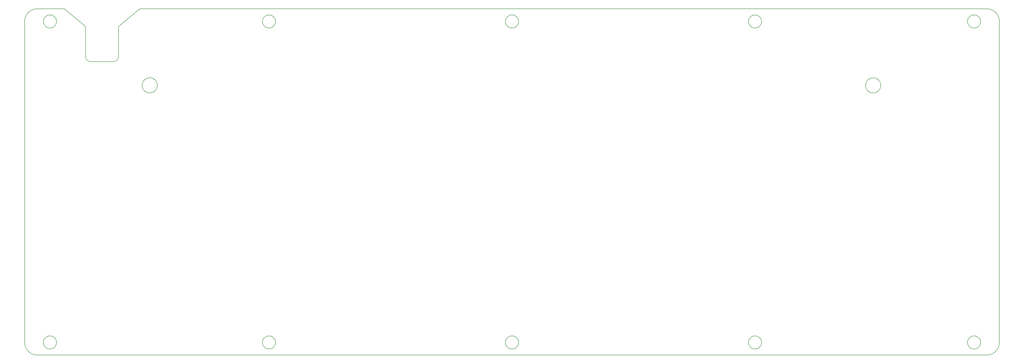
<source format=gbr>
G04 #@! TF.GenerationSoftware,KiCad,Pcbnew,(5.0.0)*
G04 #@! TF.CreationDate,2018-07-31T18:47:20-04:00*
G04 #@! TF.ProjectId,bottom_plate,626F74746F6D5F706C6174652E6B6963,rev?*
G04 #@! TF.SameCoordinates,Original*
G04 #@! TF.FileFunction,Profile,NP*
%FSLAX46Y46*%
G04 Gerber Fmt 4.6, Leading zero omitted, Abs format (unit mm)*
G04 Created by KiCad (PCBNEW (5.0.0)) date 07/31/18 18:47:20*
%MOMM*%
%LPD*%
G01*
G04 APERTURE LIST*
G04 #@! TA.AperFunction,NonConductor*
%ADD10C,0.200000*%
G04 #@! TD*
G04 APERTURE END LIST*
D10*
G04 #@! TO.C,R1*
X263086400Y-154204400D02*
X263574400Y-154052900D01*
X266254400Y-158053800D02*
X265936900Y-158438600D01*
X352994100Y-155588100D02*
X353145600Y-156076100D01*
X266698400Y-156600100D02*
X266645600Y-157124100D01*
X353145600Y-156076100D02*
X353198400Y-156600100D01*
X352754400Y-155146400D02*
X352994100Y-155588100D01*
X352052100Y-154444100D02*
X352436900Y-154761600D01*
X261551200Y-156076100D02*
X261702700Y-155588100D01*
X264622400Y-159147300D02*
X264098400Y-159200100D01*
X350598400Y-154000100D02*
X351122400Y-154052900D01*
X264098400Y-154000100D02*
X264098400Y-154000100D01*
X262259900Y-154761600D02*
X262644700Y-154444100D01*
X261702700Y-155588100D02*
X261942400Y-155146400D01*
X265110400Y-154204400D02*
X265552100Y-154444100D01*
X261942400Y-155146400D02*
X262259900Y-154761600D01*
X262259900Y-158438600D02*
X261942400Y-158053800D01*
X266645600Y-156076100D02*
X266698400Y-156600100D01*
X266494100Y-155588100D02*
X266645600Y-156076100D01*
X352754400Y-158053800D02*
X352436900Y-158438600D01*
X351610400Y-158995800D02*
X351122400Y-159147300D01*
X262644700Y-158756100D02*
X262259900Y-158438600D01*
X352052100Y-158756100D02*
X351610400Y-158995800D01*
X353198400Y-156600100D02*
X353145600Y-157124100D01*
X262644700Y-154444100D02*
X263086400Y-154204400D01*
X261942400Y-158053800D02*
X261702700Y-157612100D01*
X265552100Y-158756100D02*
X265110400Y-158995800D01*
X265110400Y-158995800D02*
X264622400Y-159147300D01*
X352436900Y-154761600D02*
X352754400Y-155146400D01*
X266645600Y-157124100D02*
X266494100Y-157612100D01*
X263574400Y-154052900D02*
X264098400Y-154000100D01*
X261498400Y-156600100D02*
X261551200Y-156076100D01*
X263086400Y-158995800D02*
X262644700Y-158756100D01*
X352436900Y-158438600D02*
X352052100Y-158756100D01*
X352994100Y-157612100D02*
X352754400Y-158053800D01*
X261702700Y-157612100D02*
X261551200Y-157124100D01*
X353145600Y-157124100D02*
X352994100Y-157612100D01*
X264098400Y-159200100D02*
X263574400Y-159147300D01*
X351610400Y-154204400D02*
X352052100Y-154444100D01*
X351122400Y-154052900D02*
X351610400Y-154204400D01*
X265552100Y-154444100D02*
X265936900Y-154761600D01*
X261551200Y-157124100D02*
X261498400Y-156600100D01*
X266494100Y-157612100D02*
X266254400Y-158053800D01*
X263574400Y-159147300D02*
X263086400Y-158995800D01*
X266254400Y-155146400D02*
X266494100Y-155588100D01*
X265936900Y-154761600D02*
X266254400Y-155146400D01*
X265936900Y-158438600D02*
X265552100Y-158756100D01*
X313703656Y-55478971D02*
X313761300Y-54893700D01*
X311346571Y-57836056D02*
X311909350Y-57665339D01*
X311346571Y-51951344D02*
X310761300Y-51893700D01*
X313255709Y-56560411D02*
X313532939Y-56041750D01*
X312882620Y-57015020D02*
X313255709Y-56560411D01*
X313703656Y-54308429D02*
X313532939Y-53745650D01*
X311909350Y-52122061D02*
X311346571Y-51951344D01*
X313255709Y-53226989D02*
X312882620Y-52772380D01*
X313761300Y-54893700D02*
X313703656Y-54308429D01*
X312428011Y-52399291D02*
X311909350Y-52122061D01*
X312428011Y-57388109D02*
X312882620Y-57015020D01*
X311909350Y-57665339D02*
X312428011Y-57388109D01*
X310176029Y-57836056D02*
X310761300Y-57893700D01*
X313532939Y-56041750D02*
X313703656Y-55478971D01*
X310761300Y-57893700D02*
X311346571Y-57836056D01*
X309613250Y-57665339D02*
X310176029Y-57836056D01*
X312882620Y-52772380D02*
X312428011Y-52399291D01*
X313532939Y-53745650D02*
X313255709Y-53226989D01*
X309094589Y-57388109D02*
X309613250Y-57665339D01*
X308639980Y-57015020D02*
X309094589Y-57388109D01*
X307989661Y-56041750D02*
X308266891Y-56560411D01*
X307989661Y-53745650D02*
X307818944Y-54308429D01*
X308639980Y-52772380D02*
X308266891Y-53226989D01*
X309613250Y-52122061D02*
X309094589Y-52399291D01*
X310761300Y-51893700D02*
X310176029Y-51951344D01*
X25596571Y-51951344D02*
X25011300Y-51893700D01*
X26678011Y-52399291D02*
X26159350Y-52122061D01*
X27782939Y-53745650D02*
X27505709Y-53226989D01*
X27953656Y-54308429D02*
X27782939Y-53745650D01*
X28011300Y-54893700D02*
X27953656Y-54308429D01*
X27782939Y-56041750D02*
X27953656Y-55478971D01*
X24426029Y-57836056D02*
X25011300Y-57893700D01*
X27132620Y-57015020D02*
X27505709Y-56560411D01*
X26678011Y-57388109D02*
X27132620Y-57015020D01*
X23863250Y-52122061D02*
X23344589Y-52399291D01*
X26159350Y-57665339D02*
X26678011Y-57388109D01*
X22239661Y-56041750D02*
X22516891Y-56560411D01*
X350074400Y-154052900D02*
X350598400Y-154000100D01*
X349144700Y-154444100D02*
X349586400Y-154204400D01*
X25011300Y-51893700D02*
X24426029Y-51951344D01*
X348051200Y-156076100D02*
X348202700Y-155588100D01*
X348202700Y-157612100D02*
X348051200Y-157124100D01*
X351122400Y-159147300D02*
X350598400Y-159200100D01*
X347998400Y-156600100D02*
X348051200Y-156076100D01*
X349586400Y-158995800D02*
X349144700Y-158756100D01*
X23863250Y-57665339D02*
X24426029Y-57836056D01*
X23344589Y-57388109D02*
X23863250Y-57665339D01*
X22889980Y-52772380D02*
X22516891Y-53226989D01*
X348051200Y-157124100D02*
X347998400Y-156600100D01*
X22889980Y-57015020D02*
X23344589Y-57388109D01*
X22516891Y-56560411D02*
X22889980Y-57015020D01*
X22068944Y-55478971D02*
X22239661Y-56041750D01*
X348759900Y-154761600D02*
X349144700Y-154444100D01*
X350598400Y-154000100D02*
X350598400Y-154000100D01*
X350598400Y-159200100D02*
X350074400Y-159147300D01*
X349144700Y-158756100D02*
X348759900Y-158438600D01*
X22239661Y-53745650D02*
X22068944Y-54308429D01*
X23344589Y-52399291D02*
X22889980Y-52772380D01*
X348759900Y-158438600D02*
X348442400Y-158053800D01*
X348442400Y-155146400D02*
X348759900Y-154761600D01*
X307818944Y-55478971D02*
X307989661Y-56041750D01*
X310176029Y-51951344D02*
X309613250Y-52122061D01*
X349586400Y-154204400D02*
X350074400Y-154052900D01*
X27505709Y-53226989D02*
X27132620Y-52772380D01*
X25011300Y-57893700D02*
X25596571Y-57836056D01*
X307761300Y-54893700D02*
X307818944Y-55478971D01*
X27953656Y-55478971D02*
X28011300Y-54893700D01*
X308266891Y-56560411D02*
X308639980Y-57015020D01*
X307818944Y-54308429D02*
X307761300Y-54893700D01*
X308266891Y-53226989D02*
X307989661Y-53745650D01*
X309094589Y-52399291D02*
X308639980Y-52772380D01*
X348202700Y-155588100D02*
X348442400Y-155146400D01*
X24426029Y-51951344D02*
X23863250Y-52122061D01*
X26159350Y-52122061D02*
X25596571Y-51951344D01*
X27132620Y-52772380D02*
X26678011Y-52399291D01*
X22011300Y-54893700D02*
X22068944Y-55478971D01*
X25596571Y-57836056D02*
X26159350Y-57665339D01*
X348442400Y-158053800D02*
X348202700Y-157612100D01*
X27505709Y-56560411D02*
X27782939Y-56041750D01*
X22516891Y-53226989D02*
X22239661Y-53745650D01*
X22068944Y-54308429D02*
X22011300Y-54893700D01*
X350074400Y-159147300D02*
X349586400Y-158995800D01*
X-327100Y-43474500D02*
X-286300Y-43876700D01*
X-327100Y-31608600D02*
X-327100Y-43474500D01*
X-8754200Y-24600000D02*
X-327100Y-31608600D01*
X166644700Y-154444100D02*
X167086400Y-154204400D01*
X169936900Y-158438600D02*
X169552100Y-158756100D01*
X170254400Y-158053800D02*
X169936900Y-158438600D01*
X165942400Y-155146400D02*
X166259900Y-154761600D01*
X165551200Y-156076100D02*
X165702700Y-155588100D01*
X165498400Y-156600100D02*
X165551200Y-156076100D01*
X165551200Y-157124100D02*
X165498400Y-156600100D01*
X165702700Y-157612100D02*
X165551200Y-157124100D01*
X168098400Y-159200100D02*
X167574400Y-159147300D01*
X168622400Y-154052900D02*
X169110400Y-154204400D01*
X69551300Y-156076100D02*
X69702800Y-155588100D01*
X167574400Y-159147300D02*
X167086400Y-158995800D01*
X170494100Y-157612100D02*
X170254400Y-158053800D01*
X170254400Y-155146400D02*
X170494100Y-155588100D01*
X169936900Y-154761600D02*
X170254400Y-155146400D01*
X166644700Y-158756100D02*
X166259900Y-158438600D01*
X165942400Y-158053800D02*
X165702700Y-157612100D01*
X166259900Y-158438600D02*
X165942400Y-158053800D01*
X169552100Y-158756100D02*
X169110400Y-158995800D01*
X71086500Y-154204400D02*
X71574500Y-154052900D01*
X168622400Y-159147300D02*
X168098400Y-159200100D01*
X170645600Y-157124100D02*
X170494100Y-157612100D01*
X169110400Y-154204400D02*
X169552100Y-154444100D01*
X70644800Y-154444100D02*
X71086500Y-154204400D01*
X169552100Y-154444100D02*
X169936900Y-154761600D01*
X168098400Y-154000100D02*
X168622400Y-154052900D01*
X71574500Y-154052900D02*
X72098500Y-154000100D01*
X69551300Y-157124100D02*
X69498500Y-156600100D01*
X69498500Y-156600100D02*
X69551300Y-156076100D01*
X170645600Y-156076100D02*
X170698400Y-156600100D01*
X168098400Y-154000100D02*
X168098400Y-154000100D01*
X264622400Y-154052900D02*
X265110400Y-154204400D01*
X167086400Y-158995800D02*
X166644700Y-158756100D01*
X264098400Y-154000100D02*
X264622400Y-154052900D01*
X70260000Y-154761600D02*
X70644800Y-154444100D01*
X169110400Y-158995800D02*
X168622400Y-159147300D01*
X167574400Y-154052900D02*
X168098400Y-154000100D01*
X72098500Y-154000100D02*
X72098500Y-154000100D01*
X69702800Y-155588100D02*
X69942500Y-155146400D01*
X167086400Y-154204400D02*
X167574400Y-154052900D01*
X166259900Y-154761600D02*
X166644700Y-154444100D01*
X170698400Y-156600100D02*
X170645600Y-157124100D01*
X165702700Y-155588100D02*
X165942400Y-155146400D01*
X170494100Y-155588100D02*
X170645600Y-156076100D01*
X69942500Y-155146400D02*
X70260000Y-154761600D01*
X69702800Y-157612100D02*
X69551300Y-157124100D01*
X-14401600Y-159200100D02*
X-14925600Y-159147300D01*
X71086500Y-158995800D02*
X70644800Y-158756100D01*
X74645700Y-156076100D02*
X74698500Y-156600100D01*
X72622500Y-154052900D02*
X73110500Y-154204400D01*
X-16797300Y-157612100D02*
X-16948800Y-157124100D01*
X-16557600Y-158053800D02*
X-16797300Y-157612100D01*
X71574500Y-159147300D02*
X71086500Y-158995800D01*
X73552200Y-158756100D02*
X73110500Y-158995800D01*
X74254500Y-158053800D02*
X73937000Y-158438600D01*
X74698500Y-156600100D02*
X74645700Y-157124100D01*
X-14401600Y-154000100D02*
X-14401600Y-154000100D01*
X-12245600Y-158053800D02*
X-12563100Y-158438600D01*
X-16797300Y-155588100D02*
X-16557600Y-155146400D01*
X74494200Y-155588100D02*
X74645700Y-156076100D01*
X-16557600Y-155146400D02*
X-16240100Y-154761600D01*
X-13877600Y-159147300D02*
X-14401600Y-159200100D01*
X-13389600Y-158995800D02*
X-13877600Y-159147300D01*
X-16240100Y-158438600D02*
X-16557600Y-158053800D01*
X-15855300Y-154444100D02*
X-15413600Y-154204400D01*
X72098500Y-154000100D02*
X72622500Y-154052900D01*
X-15413600Y-154204400D02*
X-14925600Y-154052900D01*
X-16948800Y-157124100D02*
X-17001600Y-156600100D01*
X74254500Y-155146400D02*
X74494200Y-155588100D01*
X-16948800Y-156076100D02*
X-16797300Y-155588100D01*
X-15855300Y-158756100D02*
X-16240100Y-158438600D01*
X-12563100Y-158438600D02*
X-12947900Y-158756100D01*
X-12947900Y-158756100D02*
X-13389600Y-158995800D01*
X-12005900Y-157612100D02*
X-12245600Y-158053800D01*
X69942500Y-158053800D02*
X69702800Y-157612100D01*
X73937000Y-158438600D02*
X73552200Y-158756100D01*
X73937000Y-154761600D02*
X74254500Y-155146400D01*
X-14925600Y-154052900D02*
X-14401600Y-154000100D01*
X-14925600Y-159147300D02*
X-15413600Y-158995800D01*
X73552200Y-154444100D02*
X73937000Y-154761600D01*
X73110500Y-154204400D02*
X73552200Y-154444100D01*
X-16240100Y-154761600D02*
X-15855300Y-154444100D01*
X73110500Y-158995800D02*
X72622500Y-159147300D01*
X74494200Y-157612100D02*
X74254500Y-158053800D01*
X-17001600Y-156600100D02*
X-16948800Y-156076100D01*
X74645700Y-157124100D02*
X74494200Y-157612100D01*
X70260000Y-158438600D02*
X69942500Y-158053800D01*
X72098500Y-159200100D02*
X71574500Y-159147300D01*
X-11854400Y-157124100D02*
X-12005900Y-157612100D01*
X72622500Y-159147300D02*
X72098500Y-159200100D01*
X-15413600Y-158995800D02*
X-15855300Y-158756100D01*
X70644800Y-158756100D02*
X70260000Y-158438600D01*
X-12005900Y-28588100D02*
X-11854400Y-29076100D01*
X-12563100Y-31438600D02*
X-12947900Y-31756100D01*
X-11801600Y-29600100D02*
X-11854400Y-30124100D01*
X-11854400Y-30124100D02*
X-12005900Y-30612100D01*
X-19401700Y-24600000D02*
X-8754200Y-24600000D01*
X-24007600Y-27657000D02*
X-23545700Y-26807800D01*
X-13389600Y-27204400D02*
X-12947900Y-27444100D01*
X-23545700Y-26807800D02*
X-22934300Y-26067300D01*
X-13877600Y-27052900D02*
X-13389600Y-27204400D01*
X-12005900Y-30612100D02*
X-12245600Y-31053800D01*
X-12563100Y-27761600D02*
X-12245600Y-28146400D01*
X-24299700Y-28594500D02*
X-24007600Y-27657000D01*
X-22934300Y-26067300D02*
X-22193900Y-25455900D01*
X-12245600Y-28146400D02*
X-12005900Y-28588100D01*
X-22193900Y-25455900D02*
X-21344700Y-24994000D01*
X-12947900Y-27444100D02*
X-12563100Y-27761600D01*
X-8754200Y-24600000D02*
X-8754200Y-24600000D01*
X-11854400Y-29076100D02*
X-11801600Y-29600100D01*
X-21344700Y-24994000D02*
X-20407200Y-24701900D01*
X-24401600Y-29600000D02*
X-24299700Y-28594500D01*
X-14401600Y-27000100D02*
X-13877600Y-27052900D01*
X-12245600Y-31053800D02*
X-12563100Y-31438600D01*
X-20407200Y-24701900D02*
X-19401700Y-24600000D01*
X-21344700Y-161206000D02*
X-22193900Y-160744100D01*
X359131100Y-160132700D02*
X358390700Y-160744100D01*
X-23545700Y-159392200D02*
X-24007600Y-158543000D01*
X360496500Y-28594500D02*
X360598400Y-29600000D01*
X-22934300Y-160132700D02*
X-23545700Y-159392200D01*
X-24401600Y-156600000D02*
X-24401600Y-29600000D01*
X-22193900Y-160744100D02*
X-22934300Y-160132700D01*
X-20407200Y-161498100D02*
X-21344700Y-161206000D01*
X-19401700Y-161600000D02*
X-20407200Y-161498100D01*
X360496500Y-157605500D02*
X360204400Y-158543000D01*
X356604000Y-161498100D02*
X355598500Y-161600000D01*
X355598500Y-161600000D02*
X-19401700Y-161600000D01*
X360204400Y-158543000D02*
X359742500Y-159392200D01*
X358390700Y-160744100D02*
X357541500Y-161206000D01*
X360598400Y-29600000D02*
X360598400Y-156600000D01*
X360204400Y-27657000D02*
X360496500Y-28594500D01*
X357541500Y-161206000D02*
X356604000Y-161498100D01*
X359742500Y-159392200D02*
X359131100Y-160132700D01*
X360598400Y-156600000D02*
X360496500Y-157605500D01*
X359131100Y-26067300D02*
X359742500Y-26807800D01*
X359742500Y-26807800D02*
X360204400Y-27657000D01*
X-24299700Y-157605500D02*
X-24401600Y-156600000D01*
X-24007600Y-158543000D02*
X-24299700Y-157605500D01*
X74494200Y-30612100D02*
X74254500Y-31053800D01*
X74698500Y-29600100D02*
X74645700Y-30124100D01*
X74645700Y-29076100D02*
X74698500Y-29600100D01*
X73110500Y-31995800D02*
X72622500Y-32147300D01*
X74494200Y-28588100D02*
X74645700Y-29076100D01*
X74645700Y-30124100D02*
X74494200Y-30612100D01*
X74254500Y-28146400D02*
X74494200Y-28588100D01*
X69942500Y-31053800D02*
X69702800Y-30612100D01*
X73552200Y-27444100D02*
X73937000Y-27761600D01*
X72098500Y-32200100D02*
X71574500Y-32147300D01*
X73552200Y-31756100D02*
X73110500Y-31995800D01*
X69551300Y-29076100D02*
X69702800Y-28588100D01*
X71574500Y-32147300D02*
X71086500Y-31995800D01*
X69498500Y-29600100D02*
X69551300Y-29076100D01*
X69551300Y-30124100D02*
X69498500Y-29600100D01*
X69702800Y-30612100D02*
X69551300Y-30124100D01*
X70260000Y-31438600D02*
X69942500Y-31053800D01*
X71086500Y-31995800D02*
X70644800Y-31756100D01*
X73937000Y-31438600D02*
X73552200Y-31756100D01*
X73937000Y-27761600D02*
X74254500Y-28146400D01*
X70644800Y-31756100D02*
X70260000Y-31438600D01*
X72622500Y-32147300D02*
X72098500Y-32200100D01*
X74254500Y-31053800D02*
X73937000Y-31438600D01*
X166259900Y-27761600D02*
X166644700Y-27444100D01*
X165702700Y-30612100D02*
X165551200Y-30124100D01*
X265552100Y-27444100D02*
X265936900Y-27761600D01*
X166644700Y-31756100D02*
X166259900Y-31438600D01*
X265936900Y-27761600D02*
X266254400Y-28146400D01*
X166644700Y-27444100D02*
X167086400Y-27204400D01*
X166259900Y-31438600D02*
X165942400Y-31053800D01*
X265110400Y-27204400D02*
X265552100Y-27444100D01*
X168098400Y-27000100D02*
X168098400Y-27000100D01*
X165942400Y-31053800D02*
X165702700Y-30612100D01*
X165942400Y-28146400D02*
X166259900Y-27761600D01*
X165702700Y-28588100D02*
X165942400Y-28146400D01*
X264622400Y-27052900D02*
X265110400Y-27204400D01*
X167574400Y-27052900D02*
X168098400Y-27000100D01*
X165551200Y-29076100D02*
X165702700Y-28588100D01*
X165498400Y-29600100D02*
X165551200Y-29076100D01*
X165551200Y-30124100D02*
X165498400Y-29600100D01*
X167086400Y-31995800D02*
X166644700Y-31756100D01*
X167086400Y-27204400D02*
X167574400Y-27052900D01*
X266254400Y-28146400D02*
X266494100Y-28588100D01*
X167574400Y-32147300D02*
X167086400Y-31995800D01*
X264098400Y-27000100D02*
X264622400Y-27052900D01*
X168098400Y-32200100D02*
X167574400Y-32147300D01*
X169936900Y-31438600D02*
X169552100Y-31756100D01*
X170494100Y-30612100D02*
X170254400Y-31053800D01*
X169110400Y-27204400D02*
X169552100Y-27444100D01*
X170494100Y-28588100D02*
X170645600Y-29076100D01*
X170254400Y-28146400D02*
X170494100Y-28588100D01*
X168622400Y-27052900D02*
X169110400Y-27204400D01*
X70644800Y-27444100D02*
X71086500Y-27204400D01*
X69942500Y-28146400D02*
X70260000Y-27761600D01*
X170254400Y-31053800D02*
X169936900Y-31438600D01*
X170645600Y-29076100D02*
X170698400Y-29600100D01*
X169936900Y-27761600D02*
X170254400Y-28146400D01*
X72098500Y-27000100D02*
X72098500Y-27000100D01*
X69702800Y-28588100D02*
X69942500Y-28146400D01*
X169110400Y-31995800D02*
X168622400Y-32147300D01*
X169552100Y-31756100D02*
X169110400Y-31995800D01*
X168098400Y-27000100D02*
X168622400Y-27052900D01*
X71574500Y-27052900D02*
X72098500Y-27000100D01*
X170645600Y-30124100D02*
X170494100Y-30612100D01*
X170698400Y-29600100D02*
X170645600Y-30124100D01*
X169552100Y-27444100D02*
X169936900Y-27761600D01*
X70260000Y-27761600D02*
X70644800Y-27444100D01*
X168622400Y-32147300D02*
X168098400Y-32200100D01*
X71086500Y-27204400D02*
X71574500Y-27052900D01*
X-15413600Y-27204400D02*
X-14925600Y-27052900D01*
X-14401600Y-27000100D02*
X-14401600Y-27000100D01*
X-14925600Y-27052900D02*
X-14401600Y-27000100D01*
X-12947900Y-31756100D02*
X-13389600Y-31995800D01*
X-16240100Y-27761600D02*
X-15855300Y-27444100D01*
X-16557600Y-31053800D02*
X-16797300Y-30612100D01*
X-14401600Y-32200100D02*
X-14925600Y-32147300D01*
X-14925600Y-32147300D02*
X-15413600Y-31995800D01*
X72098500Y-27000100D02*
X72622500Y-27052900D01*
X-16557600Y-28146400D02*
X-16240100Y-27761600D01*
X-16797300Y-30612100D02*
X-16948800Y-30124100D01*
X-16948800Y-30124100D02*
X-17001600Y-29600100D01*
X-15413600Y-31995800D02*
X-15855300Y-31756100D01*
X-13877600Y-32147300D02*
X-14401600Y-32200100D01*
X-15855300Y-27444100D02*
X-15413600Y-27204400D01*
X-16797300Y-28588100D02*
X-16557600Y-28146400D01*
X-16948800Y-29076100D02*
X-16797300Y-28588100D01*
X-17001600Y-29600100D02*
X-16948800Y-29076100D01*
X-16240100Y-31438600D02*
X-16557600Y-31053800D01*
X-15855300Y-31756100D02*
X-16240100Y-31438600D01*
X-13389600Y-31995800D02*
X-13877600Y-32147300D01*
X73110500Y-27204400D02*
X73552200Y-27444100D01*
X72622500Y-27052900D02*
X73110500Y-27204400D01*
X265110400Y-31995800D02*
X264622400Y-32147300D01*
X261551200Y-29076100D02*
X261702700Y-28588100D01*
X266698400Y-29600100D02*
X266645600Y-30124100D01*
X261702700Y-30612100D02*
X261551200Y-30124100D01*
X265936900Y-31438600D02*
X265552100Y-31756100D01*
X266254400Y-31053800D02*
X265936900Y-31438600D01*
X263086400Y-31995800D02*
X262644700Y-31756100D01*
X264098400Y-32200100D02*
X263574400Y-32147300D01*
X262259900Y-27761600D02*
X262644700Y-27444100D01*
X261498400Y-29600100D02*
X261551200Y-29076100D01*
X261551200Y-30124100D02*
X261498400Y-29600100D01*
X261942400Y-31053800D02*
X261702700Y-30612100D01*
X264622400Y-32147300D02*
X264098400Y-32200100D01*
X261942400Y-28146400D02*
X262259900Y-27761600D01*
X262259900Y-31438600D02*
X261942400Y-31053800D01*
X266494100Y-30612100D02*
X266254400Y-31053800D01*
X266645600Y-30124100D02*
X266494100Y-30612100D01*
X266494100Y-28588100D02*
X266645600Y-29076100D01*
X265552100Y-31756100D02*
X265110400Y-31995800D01*
X266645600Y-29076100D02*
X266698400Y-29600100D01*
X263574400Y-32147300D02*
X263086400Y-31995800D01*
X261702700Y-28588100D02*
X261942400Y-28146400D01*
X262644700Y-31756100D02*
X262259900Y-31438600D01*
X-11854400Y-156076100D02*
X-11801600Y-156600100D01*
X349144700Y-27444100D02*
X349586400Y-27204400D01*
X350074400Y-32147300D02*
X349586400Y-31995800D01*
X352754400Y-31053800D02*
X352436900Y-31438600D01*
X264098400Y-27000100D02*
X264098400Y-27000100D01*
X263574400Y-27052900D02*
X264098400Y-27000100D01*
X-11801600Y-156600100D02*
X-11854400Y-157124100D01*
X-12005900Y-155588100D02*
X-11854400Y-156076100D01*
X353198400Y-29600100D02*
X353145600Y-30124100D01*
X-12245600Y-155146400D02*
X-12005900Y-155588100D01*
X-12947900Y-154444100D02*
X-12563100Y-154761600D01*
X348051200Y-30124100D02*
X347998400Y-29600100D01*
X-14401600Y-154000100D02*
X-13877600Y-154052900D01*
X349586400Y-31995800D02*
X349144700Y-31756100D01*
X348759900Y-27761600D02*
X349144700Y-27444100D01*
X353145600Y-30124100D02*
X352994100Y-30612100D01*
X348442400Y-28146400D02*
X348759900Y-27761600D01*
X263086400Y-27204400D02*
X263574400Y-27052900D01*
X-12563100Y-154761600D02*
X-12245600Y-155146400D01*
X-13389600Y-154204400D02*
X-12947900Y-154444100D01*
X348442400Y-31053800D02*
X348202700Y-30612100D01*
X352994100Y-30612100D02*
X352754400Y-31053800D01*
X350598400Y-32200100D02*
X350074400Y-32147300D01*
X351122400Y-32147300D02*
X350598400Y-32200100D01*
X262644700Y-27444100D02*
X263086400Y-27204400D01*
X350598400Y-27000100D02*
X351122400Y-27052900D01*
X-13877600Y-154052900D02*
X-13389600Y-154204400D01*
X350074400Y-27052900D02*
X350598400Y-27000100D01*
X349586400Y-27204400D02*
X350074400Y-27052900D01*
X348202700Y-30612100D02*
X348051200Y-30124100D01*
X352436900Y-27761600D02*
X352754400Y-28146400D01*
X351610400Y-31995800D02*
X351122400Y-32147300D01*
X352052100Y-27444100D02*
X352436900Y-27761600D01*
X352052100Y-31756100D02*
X351610400Y-31995800D01*
X347998400Y-29600100D02*
X348051200Y-29076100D01*
X352436900Y-31438600D02*
X352052100Y-31756100D01*
X348759900Y-31438600D02*
X348442400Y-31053800D01*
X353145600Y-29076100D02*
X353198400Y-29600100D01*
X349144700Y-31756100D02*
X348759900Y-31438600D01*
X351122400Y-27052900D02*
X351610400Y-27204400D01*
X348202700Y-28588100D02*
X348442400Y-28146400D01*
X351610400Y-27204400D02*
X352052100Y-27444100D01*
X348051200Y-29076100D02*
X348202700Y-28588100D01*
X352994100Y-28588100D02*
X353145600Y-29076100D01*
X352754400Y-28146400D02*
X352994100Y-28588100D01*
X350598400Y-27000100D02*
X350598400Y-27000100D01*
X12632100Y-43876700D02*
X12672900Y-43474500D01*
X15300Y-44591400D02*
X259800Y-44887600D01*
X12672900Y-31608600D02*
X21100000Y-24600000D01*
X12515300Y-44251700D02*
X12632100Y-43876700D01*
X12330500Y-44591400D02*
X12515300Y-44251700D01*
X10672900Y-45474500D02*
X11075100Y-45433700D01*
X12086000Y-44887600D02*
X12330500Y-44591400D01*
X11075100Y-45433700D02*
X11450100Y-45316900D01*
X1270700Y-45433700D02*
X1672900Y-45474500D01*
X1672900Y-45474500D02*
X10672900Y-45474500D01*
X259800Y-44887600D02*
X556000Y-45132100D01*
X-286300Y-43876700D02*
X-169500Y-44251700D01*
X895700Y-45316900D02*
X1270700Y-45433700D01*
X11789800Y-45132100D02*
X12086000Y-44887600D01*
X-169500Y-44251700D02*
X15300Y-44591400D01*
X12672900Y-43474500D02*
X12672900Y-31608600D01*
X356604000Y-24701900D02*
X357541500Y-24994000D01*
X556000Y-45132100D02*
X895700Y-45316900D01*
X358390700Y-25455900D02*
X359131100Y-26067300D01*
X357541500Y-24994000D02*
X358390700Y-25455900D01*
X355598500Y-24600000D02*
X356604000Y-24701900D01*
X11450100Y-45316900D02*
X11789800Y-45132100D01*
X21100000Y-24600000D02*
X355598500Y-24600000D01*
G04 #@! TD*
M02*

</source>
